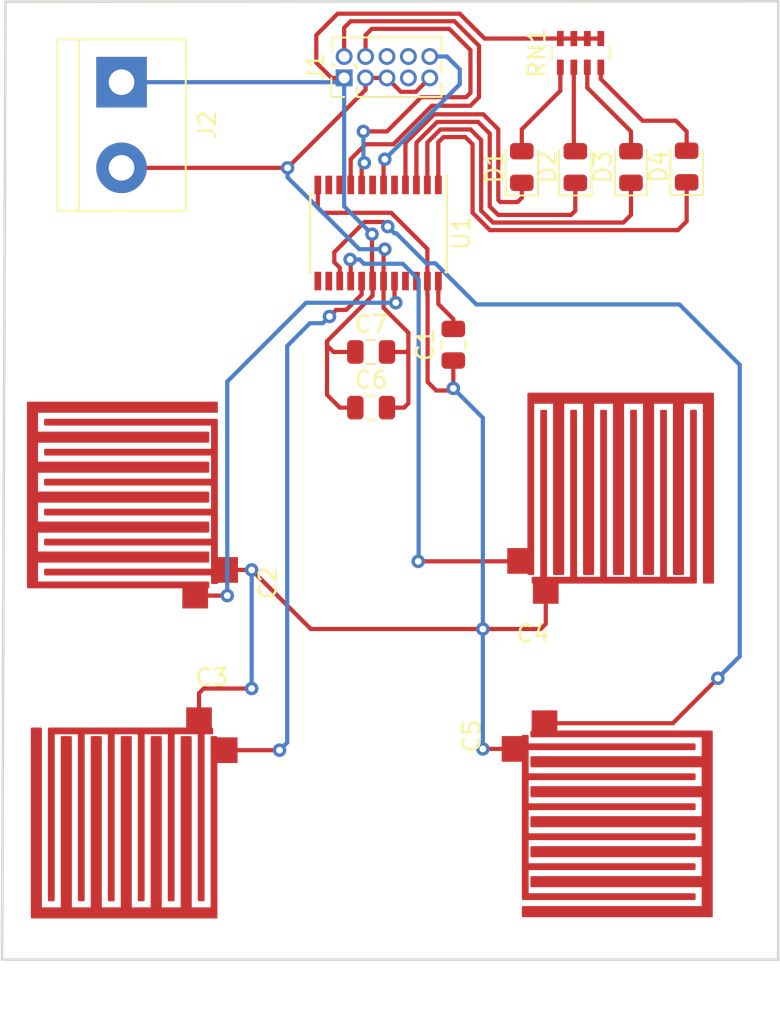
<source format=kicad_pcb>
(kicad_pcb (version 20171130) (host pcbnew 5.0.2-bee76a0~70~ubuntu16.04.1)

  (general
    (thickness 1.6)
    (drawings 5)
    (tracks 220)
    (zones 0)
    (modules 15)
    (nets 31)
  )

  (page A4)
  (layers
    (0 F.Cu signal)
    (31 B.Cu signal)
    (32 B.Adhes user)
    (33 F.Adhes user)
    (34 B.Paste user)
    (35 F.Paste user)
    (36 B.SilkS user)
    (37 F.SilkS user)
    (38 B.Mask user)
    (39 F.Mask user)
    (40 Dwgs.User user)
    (41 Cmts.User user)
    (42 Eco1.User user)
    (43 Eco2.User user)
    (44 Edge.Cuts user)
    (45 Margin user)
    (46 B.CrtYd user)
    (47 F.CrtYd user)
    (48 B.Fab user)
    (49 F.Fab user hide)
  )

  (setup
    (last_trace_width 0.25)
    (trace_clearance 0.2)
    (zone_clearance 0.508)
    (zone_45_only no)
    (trace_min 0.2)
    (segment_width 0.2)
    (edge_width 0.15)
    (via_size 0.8)
    (via_drill 0.4)
    (via_min_size 0.4)
    (via_min_drill 0.3)
    (uvia_size 0.3)
    (uvia_drill 0.1)
    (uvias_allowed no)
    (uvia_min_size 0.2)
    (uvia_min_drill 0.1)
    (pcb_text_width 0.3)
    (pcb_text_size 1.5 1.5)
    (mod_edge_width 0.15)
    (mod_text_size 1 1)
    (mod_text_width 0.15)
    (pad_size 1.524 1.524)
    (pad_drill 0.762)
    (pad_to_mask_clearance 0.051)
    (solder_mask_min_width 0.25)
    (aux_axis_origin 0 0)
    (visible_elements FFFFFF7F)
    (pcbplotparams
      (layerselection 0x010fc_ffffffff)
      (usegerberextensions false)
      (usegerberattributes false)
      (usegerberadvancedattributes false)
      (creategerberjobfile false)
      (excludeedgelayer true)
      (linewidth 0.100000)
      (plotframeref false)
      (viasonmask false)
      (mode 1)
      (useauxorigin false)
      (hpglpennumber 1)
      (hpglpenspeed 20)
      (hpglpendiameter 15.000000)
      (psnegative false)
      (psa4output false)
      (plotreference true)
      (plotvalue true)
      (plotinvisibletext false)
      (padsonsilk false)
      (subtractmaskfromsilk false)
      (outputformat 1)
      (mirror false)
      (drillshape 1)
      (scaleselection 1)
      (outputdirectory ""))
  )

  (net 0 "")
  (net 1 ACMP)
  (net 2 CAPT_YL)
  (net 3 3v3)
  (net 4 GND)
  (net 5 LED0)
  (net 6 "Net-(D1-Pad2)")
  (net 7 "Net-(D2-Pad2)")
  (net 8 LED1)
  (net 9 LED2)
  (net 10 "Net-(D3-Pad2)")
  (net 11 "Net-(D4-Pad2)")
  (net 12 LED3)
  (net 13 "Net-(J1-Pad2)")
  (net 14 "Net-(J1-Pad4)")
  (net 15 "Net-(J1-Pad6)")
  (net 16 "Net-(J1-Pad7)")
  (net 17 "Net-(J1-Pad8)")
  (net 18 "Net-(J1-Pad10)")
  (net 19 "Net-(U1-Pad5)")
  (net 20 "Net-(U1-Pad7)")
  (net 21 "Net-(U1-Pad10)")
  (net 22 "Net-(U1-Pad11)")
  (net 23 "Net-(U1-Pad13)")
  (net 24 "Net-(U1-Pad14)")
  (net 25 CAPT_X3)
  (net 26 CAPT_X2)
  (net 27 CAPT_X1)
  (net 28 CAPT_X0)
  (net 29 "Net-(U1-Pad21)")
  (net 30 "Net-(U1-Pad22)")

  (net_class Default "This is the default net class."
    (clearance 0.2)
    (trace_width 0.25)
    (via_dia 0.8)
    (via_drill 0.4)
    (uvia_dia 0.3)
    (uvia_drill 0.1)
    (add_net 3v3)
    (add_net ACMP)
    (add_net CAPT_X0)
    (add_net CAPT_X1)
    (add_net CAPT_X2)
    (add_net CAPT_X3)
    (add_net CAPT_YL)
    (add_net GND)
    (add_net LED0)
    (add_net LED1)
    (add_net LED2)
    (add_net LED3)
    (add_net "Net-(D1-Pad2)")
    (add_net "Net-(D2-Pad2)")
    (add_net "Net-(D3-Pad2)")
    (add_net "Net-(D4-Pad2)")
    (add_net "Net-(J1-Pad10)")
    (add_net "Net-(J1-Pad2)")
    (add_net "Net-(J1-Pad4)")
    (add_net "Net-(J1-Pad6)")
    (add_net "Net-(J1-Pad7)")
    (add_net "Net-(J1-Pad8)")
    (add_net "Net-(U1-Pad10)")
    (add_net "Net-(U1-Pad11)")
    (add_net "Net-(U1-Pad13)")
    (add_net "Net-(U1-Pad14)")
    (add_net "Net-(U1-Pad21)")
    (add_net "Net-(U1-Pad22)")
    (add_net "Net-(U1-Pad5)")
    (add_net "Net-(U1-Pad7)")
  )

  (module Capacitor_SMD:C_0805_2012Metric (layer F.Cu) (tedit 5B36C52B) (tstamp 5E06C572)
    (at 91.821 34.3685 90)
    (descr "Capacitor SMD 0805 (2012 Metric), square (rectangular) end terminal, IPC_7351 nominal, (Body size source: https://docs.google.com/spreadsheets/d/1BsfQQcO9C6DZCsRaXUlFlo91Tg2WpOkGARC1WS5S8t0/edit?usp=sharing), generated with kicad-footprint-generator")
    (tags capacitor)
    (path /5E086955)
    (attr smd)
    (fp_text reference C1 (at 0 -1.65 90) (layer F.SilkS)
      (effects (font (size 1 1) (thickness 0.15)))
    )
    (fp_text value 0.1uF (at 0 1.65 90) (layer F.Fab)
      (effects (font (size 1 1) (thickness 0.15)))
    )
    (fp_line (start -1 0.6) (end -1 -0.6) (layer F.Fab) (width 0.1))
    (fp_line (start -1 -0.6) (end 1 -0.6) (layer F.Fab) (width 0.1))
    (fp_line (start 1 -0.6) (end 1 0.6) (layer F.Fab) (width 0.1))
    (fp_line (start 1 0.6) (end -1 0.6) (layer F.Fab) (width 0.1))
    (fp_line (start -0.258578 -0.71) (end 0.258578 -0.71) (layer F.SilkS) (width 0.12))
    (fp_line (start -0.258578 0.71) (end 0.258578 0.71) (layer F.SilkS) (width 0.12))
    (fp_line (start -1.68 0.95) (end -1.68 -0.95) (layer F.CrtYd) (width 0.05))
    (fp_line (start -1.68 -0.95) (end 1.68 -0.95) (layer F.CrtYd) (width 0.05))
    (fp_line (start 1.68 -0.95) (end 1.68 0.95) (layer F.CrtYd) (width 0.05))
    (fp_line (start 1.68 0.95) (end -1.68 0.95) (layer F.CrtYd) (width 0.05))
    (fp_text user %R (at 0 0 90) (layer F.Fab)
      (effects (font (size 0.5 0.5) (thickness 0.08)))
    )
    (pad 1 smd roundrect (at -0.9375 0 90) (size 0.975 1.4) (layers F.Cu F.Paste F.Mask) (roundrect_rratio 0.25)
      (net 1 ACMP))
    (pad 2 smd roundrect (at 0.9375 0 90) (size 0.975 1.4) (layers F.Cu F.Paste F.Mask) (roundrect_rratio 0.25)
      (net 2 CAPT_YL))
    (model ${KISYS3DMOD}/Capacitor_SMD.3dshapes/C_0805_2012Metric.wrl
      (at (xyz 0 0 0))
      (scale (xyz 1 1 1))
      (rotate (xyz 0 0 0))
    )
  )

  (module Capacitor_SMD:C_0805_2012Metric (layer F.Cu) (tedit 5B36C52B) (tstamp 5E06C583)
    (at 86.9465 38.1)
    (descr "Capacitor SMD 0805 (2012 Metric), square (rectangular) end terminal, IPC_7351 nominal, (Body size source: https://docs.google.com/spreadsheets/d/1BsfQQcO9C6DZCsRaXUlFlo91Tg2WpOkGARC1WS5S8t0/edit?usp=sharing), generated with kicad-footprint-generator")
    (tags capacitor)
    (path /5E066D2F)
    (attr smd)
    (fp_text reference C6 (at 0 -1.65) (layer F.SilkS)
      (effects (font (size 1 1) (thickness 0.15)))
    )
    (fp_text value 0.1uF (at 0 1.65) (layer F.Fab)
      (effects (font (size 1 1) (thickness 0.15)))
    )
    (fp_line (start -1 0.6) (end -1 -0.6) (layer F.Fab) (width 0.1))
    (fp_line (start -1 -0.6) (end 1 -0.6) (layer F.Fab) (width 0.1))
    (fp_line (start 1 -0.6) (end 1 0.6) (layer F.Fab) (width 0.1))
    (fp_line (start 1 0.6) (end -1 0.6) (layer F.Fab) (width 0.1))
    (fp_line (start -0.258578 -0.71) (end 0.258578 -0.71) (layer F.SilkS) (width 0.12))
    (fp_line (start -0.258578 0.71) (end 0.258578 0.71) (layer F.SilkS) (width 0.12))
    (fp_line (start -1.68 0.95) (end -1.68 -0.95) (layer F.CrtYd) (width 0.05))
    (fp_line (start -1.68 -0.95) (end 1.68 -0.95) (layer F.CrtYd) (width 0.05))
    (fp_line (start 1.68 -0.95) (end 1.68 0.95) (layer F.CrtYd) (width 0.05))
    (fp_line (start 1.68 0.95) (end -1.68 0.95) (layer F.CrtYd) (width 0.05))
    (fp_text user %R (at 0 0) (layer F.Fab)
      (effects (font (size 0.5 0.5) (thickness 0.08)))
    )
    (pad 1 smd roundrect (at -0.9375 0) (size 0.975 1.4) (layers F.Cu F.Paste F.Mask) (roundrect_rratio 0.25)
      (net 3 3v3))
    (pad 2 smd roundrect (at 0.9375 0) (size 0.975 1.4) (layers F.Cu F.Paste F.Mask) (roundrect_rratio 0.25)
      (net 4 GND))
    (model ${KISYS3DMOD}/Capacitor_SMD.3dshapes/C_0805_2012Metric.wrl
      (at (xyz 0 0 0))
      (scale (xyz 1 1 1))
      (rotate (xyz 0 0 0))
    )
  )

  (module Capacitor_SMD:C_0805_2012Metric (layer F.Cu) (tedit 5B36C52B) (tstamp 5E06C594)
    (at 86.9465 34.798)
    (descr "Capacitor SMD 0805 (2012 Metric), square (rectangular) end terminal, IPC_7351 nominal, (Body size source: https://docs.google.com/spreadsheets/d/1BsfQQcO9C6DZCsRaXUlFlo91Tg2WpOkGARC1WS5S8t0/edit?usp=sharing), generated with kicad-footprint-generator")
    (tags capacitor)
    (path /5E066DC8)
    (attr smd)
    (fp_text reference C7 (at 0 -1.65) (layer F.SilkS)
      (effects (font (size 1 1) (thickness 0.15)))
    )
    (fp_text value 0.1uF (at 0 1.65) (layer F.Fab)
      (effects (font (size 1 1) (thickness 0.15)))
    )
    (fp_text user %R (at 0 0) (layer F.Fab)
      (effects (font (size 0.5 0.5) (thickness 0.08)))
    )
    (fp_line (start 1.68 0.95) (end -1.68 0.95) (layer F.CrtYd) (width 0.05))
    (fp_line (start 1.68 -0.95) (end 1.68 0.95) (layer F.CrtYd) (width 0.05))
    (fp_line (start -1.68 -0.95) (end 1.68 -0.95) (layer F.CrtYd) (width 0.05))
    (fp_line (start -1.68 0.95) (end -1.68 -0.95) (layer F.CrtYd) (width 0.05))
    (fp_line (start -0.258578 0.71) (end 0.258578 0.71) (layer F.SilkS) (width 0.12))
    (fp_line (start -0.258578 -0.71) (end 0.258578 -0.71) (layer F.SilkS) (width 0.12))
    (fp_line (start 1 0.6) (end -1 0.6) (layer F.Fab) (width 0.1))
    (fp_line (start 1 -0.6) (end 1 0.6) (layer F.Fab) (width 0.1))
    (fp_line (start -1 -0.6) (end 1 -0.6) (layer F.Fab) (width 0.1))
    (fp_line (start -1 0.6) (end -1 -0.6) (layer F.Fab) (width 0.1))
    (pad 2 smd roundrect (at 0.9375 0) (size 0.975 1.4) (layers F.Cu F.Paste F.Mask) (roundrect_rratio 0.25)
      (net 4 GND))
    (pad 1 smd roundrect (at -0.9375 0) (size 0.975 1.4) (layers F.Cu F.Paste F.Mask) (roundrect_rratio 0.25)
      (net 3 3v3))
    (model ${KISYS3DMOD}/Capacitor_SMD.3dshapes/C_0805_2012Metric.wrl
      (at (xyz 0 0 0))
      (scale (xyz 1 1 1))
      (rotate (xyz 0 0 0))
    )
  )

  (module Diode_SMD:D_0805_2012Metric (layer F.Cu) (tedit 5B36C52B) (tstamp 5E06C5A7)
    (at 95.885 23.8275 90)
    (descr "Diode SMD 0805 (2012 Metric), square (rectangular) end terminal, IPC_7351 nominal, (Body size source: https://docs.google.com/spreadsheets/d/1BsfQQcO9C6DZCsRaXUlFlo91Tg2WpOkGARC1WS5S8t0/edit?usp=sharing), generated with kicad-footprint-generator")
    (tags diode)
    (path /5E069554)
    (attr smd)
    (fp_text reference D1 (at 0 -1.65 90) (layer F.SilkS)
      (effects (font (size 1 1) (thickness 0.15)))
    )
    (fp_text value Red (at 0 1.65 90) (layer F.Fab)
      (effects (font (size 1 1) (thickness 0.15)))
    )
    (fp_line (start 1 -0.6) (end -0.7 -0.6) (layer F.Fab) (width 0.1))
    (fp_line (start -0.7 -0.6) (end -1 -0.3) (layer F.Fab) (width 0.1))
    (fp_line (start -1 -0.3) (end -1 0.6) (layer F.Fab) (width 0.1))
    (fp_line (start -1 0.6) (end 1 0.6) (layer F.Fab) (width 0.1))
    (fp_line (start 1 0.6) (end 1 -0.6) (layer F.Fab) (width 0.1))
    (fp_line (start 1 -0.96) (end -1.685 -0.96) (layer F.SilkS) (width 0.12))
    (fp_line (start -1.685 -0.96) (end -1.685 0.96) (layer F.SilkS) (width 0.12))
    (fp_line (start -1.685 0.96) (end 1 0.96) (layer F.SilkS) (width 0.12))
    (fp_line (start -1.68 0.95) (end -1.68 -0.95) (layer F.CrtYd) (width 0.05))
    (fp_line (start -1.68 -0.95) (end 1.68 -0.95) (layer F.CrtYd) (width 0.05))
    (fp_line (start 1.68 -0.95) (end 1.68 0.95) (layer F.CrtYd) (width 0.05))
    (fp_line (start 1.68 0.95) (end -1.68 0.95) (layer F.CrtYd) (width 0.05))
    (fp_text user %R (at 0 0 90) (layer F.Fab)
      (effects (font (size 0.5 0.5) (thickness 0.08)))
    )
    (pad 1 smd roundrect (at -0.9375 0 90) (size 0.975 1.4) (layers F.Cu F.Paste F.Mask) (roundrect_rratio 0.25)
      (net 5 LED0))
    (pad 2 smd roundrect (at 0.9375 0 90) (size 0.975 1.4) (layers F.Cu F.Paste F.Mask) (roundrect_rratio 0.25)
      (net 6 "Net-(D1-Pad2)"))
    (model ${KISYS3DMOD}/Diode_SMD.3dshapes/D_0805_2012Metric.wrl
      (at (xyz 0 0 0))
      (scale (xyz 1 1 1))
      (rotate (xyz 0 0 0))
    )
  )

  (module Diode_SMD:D_0805_2012Metric (layer F.Cu) (tedit 5B36C52B) (tstamp 5E06C5BA)
    (at 99.06 23.8275 90)
    (descr "Diode SMD 0805 (2012 Metric), square (rectangular) end terminal, IPC_7351 nominal, (Body size source: https://docs.google.com/spreadsheets/d/1BsfQQcO9C6DZCsRaXUlFlo91Tg2WpOkGARC1WS5S8t0/edit?usp=sharing), generated with kicad-footprint-generator")
    (tags diode)
    (path /5E069623)
    (attr smd)
    (fp_text reference D2 (at 0 -1.65 90) (layer F.SilkS)
      (effects (font (size 1 1) (thickness 0.15)))
    )
    (fp_text value Red (at 0 1.65 90) (layer F.Fab)
      (effects (font (size 1 1) (thickness 0.15)))
    )
    (fp_text user %R (at 0 0 90) (layer F.Fab)
      (effects (font (size 0.5 0.5) (thickness 0.08)))
    )
    (fp_line (start 1.68 0.95) (end -1.68 0.95) (layer F.CrtYd) (width 0.05))
    (fp_line (start 1.68 -0.95) (end 1.68 0.95) (layer F.CrtYd) (width 0.05))
    (fp_line (start -1.68 -0.95) (end 1.68 -0.95) (layer F.CrtYd) (width 0.05))
    (fp_line (start -1.68 0.95) (end -1.68 -0.95) (layer F.CrtYd) (width 0.05))
    (fp_line (start -1.685 0.96) (end 1 0.96) (layer F.SilkS) (width 0.12))
    (fp_line (start -1.685 -0.96) (end -1.685 0.96) (layer F.SilkS) (width 0.12))
    (fp_line (start 1 -0.96) (end -1.685 -0.96) (layer F.SilkS) (width 0.12))
    (fp_line (start 1 0.6) (end 1 -0.6) (layer F.Fab) (width 0.1))
    (fp_line (start -1 0.6) (end 1 0.6) (layer F.Fab) (width 0.1))
    (fp_line (start -1 -0.3) (end -1 0.6) (layer F.Fab) (width 0.1))
    (fp_line (start -0.7 -0.6) (end -1 -0.3) (layer F.Fab) (width 0.1))
    (fp_line (start 1 -0.6) (end -0.7 -0.6) (layer F.Fab) (width 0.1))
    (pad 2 smd roundrect (at 0.9375 0 90) (size 0.975 1.4) (layers F.Cu F.Paste F.Mask) (roundrect_rratio 0.25)
      (net 7 "Net-(D2-Pad2)"))
    (pad 1 smd roundrect (at -0.9375 0 90) (size 0.975 1.4) (layers F.Cu F.Paste F.Mask) (roundrect_rratio 0.25)
      (net 8 LED1))
    (model ${KISYS3DMOD}/Diode_SMD.3dshapes/D_0805_2012Metric.wrl
      (at (xyz 0 0 0))
      (scale (xyz 1 1 1))
      (rotate (xyz 0 0 0))
    )
  )

  (module Diode_SMD:D_0805_2012Metric (layer F.Cu) (tedit 5B36C52B) (tstamp 5E06CCC0)
    (at 102.362 23.8275 90)
    (descr "Diode SMD 0805 (2012 Metric), square (rectangular) end terminal, IPC_7351 nominal, (Body size source: https://docs.google.com/spreadsheets/d/1BsfQQcO9C6DZCsRaXUlFlo91Tg2WpOkGARC1WS5S8t0/edit?usp=sharing), generated with kicad-footprint-generator")
    (tags diode)
    (path /5E069A1F)
    (attr smd)
    (fp_text reference D3 (at 0 -1.65 90) (layer F.SilkS)
      (effects (font (size 1 1) (thickness 0.15)))
    )
    (fp_text value Red (at 0 1.65 90) (layer F.Fab)
      (effects (font (size 1 1) (thickness 0.15)))
    )
    (fp_line (start 1 -0.6) (end -0.7 -0.6) (layer F.Fab) (width 0.1))
    (fp_line (start -0.7 -0.6) (end -1 -0.3) (layer F.Fab) (width 0.1))
    (fp_line (start -1 -0.3) (end -1 0.6) (layer F.Fab) (width 0.1))
    (fp_line (start -1 0.6) (end 1 0.6) (layer F.Fab) (width 0.1))
    (fp_line (start 1 0.6) (end 1 -0.6) (layer F.Fab) (width 0.1))
    (fp_line (start 1 -0.96) (end -1.685 -0.96) (layer F.SilkS) (width 0.12))
    (fp_line (start -1.685 -0.96) (end -1.685 0.96) (layer F.SilkS) (width 0.12))
    (fp_line (start -1.685 0.96) (end 1 0.96) (layer F.SilkS) (width 0.12))
    (fp_line (start -1.68 0.95) (end -1.68 -0.95) (layer F.CrtYd) (width 0.05))
    (fp_line (start -1.68 -0.95) (end 1.68 -0.95) (layer F.CrtYd) (width 0.05))
    (fp_line (start 1.68 -0.95) (end 1.68 0.95) (layer F.CrtYd) (width 0.05))
    (fp_line (start 1.68 0.95) (end -1.68 0.95) (layer F.CrtYd) (width 0.05))
    (fp_text user %R (at 0 0 90) (layer F.Fab)
      (effects (font (size 0.5 0.5) (thickness 0.08)))
    )
    (pad 1 smd roundrect (at -0.9375 0 90) (size 0.975 1.4) (layers F.Cu F.Paste F.Mask) (roundrect_rratio 0.25)
      (net 9 LED2))
    (pad 2 smd roundrect (at 0.9375 0 90) (size 0.975 1.4) (layers F.Cu F.Paste F.Mask) (roundrect_rratio 0.25)
      (net 10 "Net-(D3-Pad2)"))
    (model ${KISYS3DMOD}/Diode_SMD.3dshapes/D_0805_2012Metric.wrl
      (at (xyz 0 0 0))
      (scale (xyz 1 1 1))
      (rotate (xyz 0 0 0))
    )
  )

  (module Diode_SMD:D_0805_2012Metric (layer F.Cu) (tedit 5B36C52B) (tstamp 5E06C5E0)
    (at 105.664 23.7975 90)
    (descr "Diode SMD 0805 (2012 Metric), square (rectangular) end terminal, IPC_7351 nominal, (Body size source: https://docs.google.com/spreadsheets/d/1BsfQQcO9C6DZCsRaXUlFlo91Tg2WpOkGARC1WS5S8t0/edit?usp=sharing), generated with kicad-footprint-generator")
    (tags diode)
    (path /5E069E1E)
    (attr smd)
    (fp_text reference D4 (at 0 -1.65 90) (layer F.SilkS)
      (effects (font (size 1 1) (thickness 0.15)))
    )
    (fp_text value Red (at 0 1.65 90) (layer F.Fab)
      (effects (font (size 1 1) (thickness 0.15)))
    )
    (fp_text user %R (at 0 0 90) (layer F.Fab)
      (effects (font (size 0.5 0.5) (thickness 0.08)))
    )
    (fp_line (start 1.68 0.95) (end -1.68 0.95) (layer F.CrtYd) (width 0.05))
    (fp_line (start 1.68 -0.95) (end 1.68 0.95) (layer F.CrtYd) (width 0.05))
    (fp_line (start -1.68 -0.95) (end 1.68 -0.95) (layer F.CrtYd) (width 0.05))
    (fp_line (start -1.68 0.95) (end -1.68 -0.95) (layer F.CrtYd) (width 0.05))
    (fp_line (start -1.685 0.96) (end 1 0.96) (layer F.SilkS) (width 0.12))
    (fp_line (start -1.685 -0.96) (end -1.685 0.96) (layer F.SilkS) (width 0.12))
    (fp_line (start 1 -0.96) (end -1.685 -0.96) (layer F.SilkS) (width 0.12))
    (fp_line (start 1 0.6) (end 1 -0.6) (layer F.Fab) (width 0.1))
    (fp_line (start -1 0.6) (end 1 0.6) (layer F.Fab) (width 0.1))
    (fp_line (start -1 -0.3) (end -1 0.6) (layer F.Fab) (width 0.1))
    (fp_line (start -0.7 -0.6) (end -1 -0.3) (layer F.Fab) (width 0.1))
    (fp_line (start 1 -0.6) (end -0.7 -0.6) (layer F.Fab) (width 0.1))
    (pad 2 smd roundrect (at 0.9375 0 90) (size 0.975 1.4) (layers F.Cu F.Paste F.Mask) (roundrect_rratio 0.25)
      (net 11 "Net-(D4-Pad2)"))
    (pad 1 smd roundrect (at -0.9375 0 90) (size 0.975 1.4) (layers F.Cu F.Paste F.Mask) (roundrect_rratio 0.25)
      (net 12 LED3))
    (model ${KISYS3DMOD}/Diode_SMD.3dshapes/D_0805_2012Metric.wrl
      (at (xyz 0 0 0))
      (scale (xyz 1 1 1))
      (rotate (xyz 0 0 0))
    )
  )

  (module Connector_PinHeader_1.27mm:PinHeader_2x05_P1.27mm_Vertical (layer F.Cu) (tedit 59FED6E3) (tstamp 5E06C605)
    (at 85.344 18.542 90)
    (descr "Through hole straight pin header, 2x05, 1.27mm pitch, double rows")
    (tags "Through hole pin header THT 2x05 1.27mm double row")
    (path /5E0674B7)
    (fp_text reference J1 (at 0.635 -1.695 90) (layer F.SilkS)
      (effects (font (size 1 1) (thickness 0.15)))
    )
    (fp_text value Conn_02x05_Odd_Even (at 0.635 6.775 90) (layer F.Fab)
      (effects (font (size 1 1) (thickness 0.15)))
    )
    (fp_line (start -0.2175 -0.635) (end 2.34 -0.635) (layer F.Fab) (width 0.1))
    (fp_line (start 2.34 -0.635) (end 2.34 5.715) (layer F.Fab) (width 0.1))
    (fp_line (start 2.34 5.715) (end -1.07 5.715) (layer F.Fab) (width 0.1))
    (fp_line (start -1.07 5.715) (end -1.07 0.2175) (layer F.Fab) (width 0.1))
    (fp_line (start -1.07 0.2175) (end -0.2175 -0.635) (layer F.Fab) (width 0.1))
    (fp_line (start -1.13 5.775) (end -0.30753 5.775) (layer F.SilkS) (width 0.12))
    (fp_line (start 1.57753 5.775) (end 2.4 5.775) (layer F.SilkS) (width 0.12))
    (fp_line (start 0.30753 5.775) (end 0.96247 5.775) (layer F.SilkS) (width 0.12))
    (fp_line (start -1.13 0.76) (end -1.13 5.775) (layer F.SilkS) (width 0.12))
    (fp_line (start 2.4 -0.695) (end 2.4 5.775) (layer F.SilkS) (width 0.12))
    (fp_line (start -1.13 0.76) (end -0.563471 0.76) (layer F.SilkS) (width 0.12))
    (fp_line (start 0.563471 0.76) (end 0.706529 0.76) (layer F.SilkS) (width 0.12))
    (fp_line (start 0.76 0.706529) (end 0.76 0.563471) (layer F.SilkS) (width 0.12))
    (fp_line (start 0.76 -0.563471) (end 0.76 -0.695) (layer F.SilkS) (width 0.12))
    (fp_line (start 0.76 -0.695) (end 0.96247 -0.695) (layer F.SilkS) (width 0.12))
    (fp_line (start 1.57753 -0.695) (end 2.4 -0.695) (layer F.SilkS) (width 0.12))
    (fp_line (start -1.13 0) (end -1.13 -0.76) (layer F.SilkS) (width 0.12))
    (fp_line (start -1.13 -0.76) (end 0 -0.76) (layer F.SilkS) (width 0.12))
    (fp_line (start -1.6 -1.15) (end -1.6 6.25) (layer F.CrtYd) (width 0.05))
    (fp_line (start -1.6 6.25) (end 2.85 6.25) (layer F.CrtYd) (width 0.05))
    (fp_line (start 2.85 6.25) (end 2.85 -1.15) (layer F.CrtYd) (width 0.05))
    (fp_line (start 2.85 -1.15) (end -1.6 -1.15) (layer F.CrtYd) (width 0.05))
    (fp_text user %R (at 0.635 2.54 180) (layer F.Fab)
      (effects (font (size 1 1) (thickness 0.15)))
    )
    (pad 1 thru_hole rect (at 0 0 90) (size 1 1) (drill 0.65) (layers *.Cu *.Mask)
      (net 3 3v3))
    (pad 2 thru_hole oval (at 1.27 0 90) (size 1 1) (drill 0.65) (layers *.Cu *.Mask)
      (net 13 "Net-(J1-Pad2)"))
    (pad 3 thru_hole oval (at 0 1.27 90) (size 1 1) (drill 0.65) (layers *.Cu *.Mask)
      (net 4 GND))
    (pad 4 thru_hole oval (at 1.27 1.27 90) (size 1 1) (drill 0.65) (layers *.Cu *.Mask)
      (net 14 "Net-(J1-Pad4)"))
    (pad 5 thru_hole oval (at 0 2.54 90) (size 1 1) (drill 0.65) (layers *.Cu *.Mask)
      (net 4 GND))
    (pad 6 thru_hole oval (at 1.27 2.54 90) (size 1 1) (drill 0.65) (layers *.Cu *.Mask)
      (net 15 "Net-(J1-Pad6)"))
    (pad 7 thru_hole oval (at 0 3.81 90) (size 1 1) (drill 0.65) (layers *.Cu *.Mask)
      (net 16 "Net-(J1-Pad7)"))
    (pad 8 thru_hole oval (at 1.27 3.81 90) (size 1 1) (drill 0.65) (layers *.Cu *.Mask)
      (net 17 "Net-(J1-Pad8)"))
    (pad 9 thru_hole oval (at 0 5.08 90) (size 1 1) (drill 0.65) (layers *.Cu *.Mask)
      (net 4 GND))
    (pad 10 thru_hole oval (at 1.27 5.08 90) (size 1 1) (drill 0.65) (layers *.Cu *.Mask)
      (net 18 "Net-(J1-Pad10)"))
    (model ${KISYS3DMOD}/Connector_PinHeader_1.27mm.3dshapes/PinHeader_2x05_P1.27mm_Vertical.wrl
      (at (xyz 0 0 0))
      (scale (xyz 1 1 1))
      (rotate (xyz 0 0 0))
    )
  )

  (module TerminalBlock:TerminalBlock_bornier-2_P5.08mm (layer F.Cu) (tedit 59FF03AB) (tstamp 5E06C61A)
    (at 72.136 18.796 270)
    (descr "simple 2-pin terminal block, pitch 5.08mm, revamped version of bornier2")
    (tags "terminal block bornier2")
    (path /5E06694F)
    (fp_text reference J2 (at 2.54 -5.08 270) (layer F.SilkS)
      (effects (font (size 1 1) (thickness 0.15)))
    )
    (fp_text value Screw_Terminal_01x02 (at 2.54 5.08 270) (layer F.Fab)
      (effects (font (size 1 1) (thickness 0.15)))
    )
    (fp_text user %R (at 2.54 0 270) (layer F.Fab)
      (effects (font (size 1 1) (thickness 0.15)))
    )
    (fp_line (start -2.41 2.55) (end 7.49 2.55) (layer F.Fab) (width 0.1))
    (fp_line (start -2.46 -3.75) (end -2.46 3.75) (layer F.Fab) (width 0.1))
    (fp_line (start -2.46 3.75) (end 7.54 3.75) (layer F.Fab) (width 0.1))
    (fp_line (start 7.54 3.75) (end 7.54 -3.75) (layer F.Fab) (width 0.1))
    (fp_line (start 7.54 -3.75) (end -2.46 -3.75) (layer F.Fab) (width 0.1))
    (fp_line (start 7.62 2.54) (end -2.54 2.54) (layer F.SilkS) (width 0.12))
    (fp_line (start 7.62 3.81) (end 7.62 -3.81) (layer F.SilkS) (width 0.12))
    (fp_line (start 7.62 -3.81) (end -2.54 -3.81) (layer F.SilkS) (width 0.12))
    (fp_line (start -2.54 -3.81) (end -2.54 3.81) (layer F.SilkS) (width 0.12))
    (fp_line (start -2.54 3.81) (end 7.62 3.81) (layer F.SilkS) (width 0.12))
    (fp_line (start -2.71 -4) (end 7.79 -4) (layer F.CrtYd) (width 0.05))
    (fp_line (start -2.71 -4) (end -2.71 4) (layer F.CrtYd) (width 0.05))
    (fp_line (start 7.79 4) (end 7.79 -4) (layer F.CrtYd) (width 0.05))
    (fp_line (start 7.79 4) (end -2.71 4) (layer F.CrtYd) (width 0.05))
    (pad 1 thru_hole rect (at 0 0 270) (size 3 3) (drill 1.52) (layers *.Cu *.Mask)
      (net 3 3v3))
    (pad 2 thru_hole circle (at 5.08 0 270) (size 3 3) (drill 1.52) (layers *.Cu *.Mask)
      (net 4 GND))
    (model ${KISYS3DMOD}/TerminalBlock.3dshapes/TerminalBlock_bornier-2_P5.08mm.wrl
      (offset (xyz 2.539999961853027 0 0))
      (scale (xyz 1 1 1))
      (rotate (xyz 0 0 0))
    )
  )

  (module Resistor_SMD:R_Array_Concave_4x0603 (layer F.Cu) (tedit 58E0A85E) (tstamp 5E06C631)
    (at 99.371 17.057 90)
    (descr "Thick Film Chip Resistor Array, Wave soldering, Vishay CRA06P (see cra06p.pdf)")
    (tags "resistor array")
    (path /5E06945C)
    (attr smd)
    (fp_text reference RN1 (at 0 -2.6 90) (layer F.SilkS)
      (effects (font (size 1 1) (thickness 0.15)))
    )
    (fp_text value R_Pack04 (at 0 2.6 90) (layer F.Fab)
      (effects (font (size 1 1) (thickness 0.15)))
    )
    (fp_text user %R (at 0 0 180) (layer F.Fab)
      (effects (font (size 0.5 0.5) (thickness 0.075)))
    )
    (fp_line (start -0.8 -1.6) (end 0.8 -1.6) (layer F.Fab) (width 0.1))
    (fp_line (start 0.8 -1.6) (end 0.8 1.6) (layer F.Fab) (width 0.1))
    (fp_line (start 0.8 1.6) (end -0.8 1.6) (layer F.Fab) (width 0.1))
    (fp_line (start -0.8 1.6) (end -0.8 -1.6) (layer F.Fab) (width 0.1))
    (fp_line (start 0.4 1.72) (end -0.4 1.72) (layer F.SilkS) (width 0.12))
    (fp_line (start 0.4 -1.72) (end -0.4 -1.72) (layer F.SilkS) (width 0.12))
    (fp_line (start -1.55 -1.88) (end 1.55 -1.88) (layer F.CrtYd) (width 0.05))
    (fp_line (start -1.55 -1.88) (end -1.55 1.87) (layer F.CrtYd) (width 0.05))
    (fp_line (start 1.55 1.87) (end 1.55 -1.88) (layer F.CrtYd) (width 0.05))
    (fp_line (start 1.55 1.87) (end -1.55 1.87) (layer F.CrtYd) (width 0.05))
    (pad 2 smd rect (at -0.85 -0.4 90) (size 0.9 0.4) (layers F.Cu F.Paste F.Mask)
      (net 7 "Net-(D2-Pad2)"))
    (pad 3 smd rect (at -0.85 0.4 90) (size 0.9 0.4) (layers F.Cu F.Paste F.Mask)
      (net 10 "Net-(D3-Pad2)"))
    (pad 1 smd rect (at -0.85 -1.2 90) (size 0.9 0.4) (layers F.Cu F.Paste F.Mask)
      (net 6 "Net-(D1-Pad2)"))
    (pad 4 smd rect (at -0.85 1.2 90) (size 0.9 0.4) (layers F.Cu F.Paste F.Mask)
      (net 11 "Net-(D4-Pad2)"))
    (pad 8 smd rect (at 0.85 -1.2 90) (size 0.9 0.4) (layers F.Cu F.Paste F.Mask)
      (net 3 3v3))
    (pad 7 smd rect (at 0.85 -0.4 90) (size 0.9 0.4) (layers F.Cu F.Paste F.Mask)
      (net 3 3v3))
    (pad 6 smd rect (at 0.85 0.4 90) (size 0.9 0.4) (layers F.Cu F.Paste F.Mask)
      (net 3 3v3))
    (pad 5 smd rect (at 0.85 1.2 90) (size 0.9 0.4) (layers F.Cu F.Paste F.Mask)
      (net 3 3v3))
    (model ${KISYS3DMOD}/Resistor_SMD.3dshapes/R_Array_Concave_4x0603.wrl
      (at (xyz 0 0 0))
      (scale (xyz 1 1 1))
      (rotate (xyz 0 0 0))
    )
  )

  (module Package_SO:TSSOP-24_4.4x7.8mm_P0.65mm (layer F.Cu) (tedit 5A02F25C) (tstamp 5E06C65C)
    (at 87.357 27.742 270)
    (descr "TSSOP24: plastic thin shrink small outline package; 24 leads; body width 4.4 mm; (see NXP SSOP-TSSOP-VSO-REFLOW.pdf and sot355-1_po.pdf)")
    (tags "SSOP 0.65")
    (path /5E066842)
    (attr smd)
    (fp_text reference U1 (at 0 -4.95 270) (layer F.SilkS)
      (effects (font (size 1 1) (thickness 0.15)))
    )
    (fp_text value LPC804-TSSOP24 (at 0 4.95 270) (layer F.Fab)
      (effects (font (size 1 1) (thickness 0.15)))
    )
    (fp_line (start -1.2 -3.9) (end 2.2 -3.9) (layer F.Fab) (width 0.15))
    (fp_line (start 2.2 -3.9) (end 2.2 3.9) (layer F.Fab) (width 0.15))
    (fp_line (start 2.2 3.9) (end -2.2 3.9) (layer F.Fab) (width 0.15))
    (fp_line (start -2.2 3.9) (end -2.2 -2.9) (layer F.Fab) (width 0.15))
    (fp_line (start -2.2 -2.9) (end -1.2 -3.9) (layer F.Fab) (width 0.15))
    (fp_line (start -3.65 -4.2) (end -3.65 4.2) (layer F.CrtYd) (width 0.05))
    (fp_line (start 3.65 -4.2) (end 3.65 4.2) (layer F.CrtYd) (width 0.05))
    (fp_line (start -3.65 -4.2) (end 3.65 -4.2) (layer F.CrtYd) (width 0.05))
    (fp_line (start -3.65 4.2) (end 3.65 4.2) (layer F.CrtYd) (width 0.05))
    (fp_line (start 2.325 -4.025) (end 2.325 -4) (layer F.SilkS) (width 0.15))
    (fp_line (start 2.325 4.025) (end 2.325 4) (layer F.SilkS) (width 0.15))
    (fp_line (start -2.325 4.025) (end -2.325 4) (layer F.SilkS) (width 0.15))
    (fp_line (start -3.4 -4.075) (end 2.325 -4.075) (layer F.SilkS) (width 0.15))
    (fp_line (start -2.325 4.025) (end 2.325 4.025) (layer F.SilkS) (width 0.15))
    (fp_text user %R (at 0 0 270) (layer F.Fab)
      (effects (font (size 0.8 0.8) (thickness 0.15)))
    )
    (pad 1 smd rect (at -2.85 -3.575 270) (size 1.1 0.4) (layers F.Cu F.Paste F.Mask)
      (net 12 LED3))
    (pad 2 smd rect (at -2.85 -2.925 270) (size 1.1 0.4) (layers F.Cu F.Paste F.Mask)
      (net 9 LED2))
    (pad 3 smd rect (at -2.85 -2.275 270) (size 1.1 0.4) (layers F.Cu F.Paste F.Mask)
      (net 8 LED1))
    (pad 4 smd rect (at -2.85 -1.625 270) (size 1.1 0.4) (layers F.Cu F.Paste F.Mask)
      (net 5 LED0))
    (pad 5 smd rect (at -2.85 -0.975 270) (size 1.1 0.4) (layers F.Cu F.Paste F.Mask)
      (net 19 "Net-(U1-Pad5)"))
    (pad 6 smd rect (at -2.85 -0.325 270) (size 1.1 0.4) (layers F.Cu F.Paste F.Mask)
      (net 18 "Net-(J1-Pad10)"))
    (pad 7 smd rect (at -2.85 0.325 270) (size 1.1 0.4) (layers F.Cu F.Paste F.Mask)
      (net 20 "Net-(U1-Pad7)"))
    (pad 8 smd rect (at -2.85 0.975 270) (size 1.1 0.4) (layers F.Cu F.Paste F.Mask)
      (net 14 "Net-(J1-Pad4)"))
    (pad 9 smd rect (at -2.85 1.625 270) (size 1.1 0.4) (layers F.Cu F.Paste F.Mask)
      (net 13 "Net-(J1-Pad2)"))
    (pad 10 smd rect (at -2.85 2.275 270) (size 1.1 0.4) (layers F.Cu F.Paste F.Mask)
      (net 21 "Net-(U1-Pad10)"))
    (pad 11 smd rect (at -2.85 2.925 270) (size 1.1 0.4) (layers F.Cu F.Paste F.Mask)
      (net 22 "Net-(U1-Pad11)"))
    (pad 12 smd rect (at -2.85 3.575 270) (size 1.1 0.4) (layers F.Cu F.Paste F.Mask)
      (net 1 ACMP))
    (pad 13 smd rect (at 2.85 3.575 270) (size 1.1 0.4) (layers F.Cu F.Paste F.Mask)
      (net 23 "Net-(U1-Pad13)"))
    (pad 14 smd rect (at 2.85 2.925 270) (size 1.1 0.4) (layers F.Cu F.Paste F.Mask)
      (net 24 "Net-(U1-Pad14)"))
    (pad 15 smd rect (at 2.85 2.275 270) (size 1.1 0.4) (layers F.Cu F.Paste F.Mask)
      (net 25 CAPT_X3))
    (pad 16 smd rect (at 2.85 1.625 270) (size 1.1 0.4) (layers F.Cu F.Paste F.Mask)
      (net 26 CAPT_X2))
    (pad 17 smd rect (at 2.85 0.975 270) (size 1.1 0.4) (layers F.Cu F.Paste F.Mask)
      (net 27 CAPT_X1))
    (pad 18 smd rect (at 2.85 0.325 270) (size 1.1 0.4) (layers F.Cu F.Paste F.Mask)
      (net 3 3v3))
    (pad 19 smd rect (at 2.85 -0.325 270) (size 1.1 0.4) (layers F.Cu F.Paste F.Mask)
      (net 4 GND))
    (pad 20 smd rect (at 2.85 -0.975 270) (size 1.1 0.4) (layers F.Cu F.Paste F.Mask)
      (net 28 CAPT_X0))
    (pad 21 smd rect (at 2.85 -1.625 270) (size 1.1 0.4) (layers F.Cu F.Paste F.Mask)
      (net 29 "Net-(U1-Pad21)"))
    (pad 22 smd rect (at 2.85 -2.275 270) (size 1.1 0.4) (layers F.Cu F.Paste F.Mask)
      (net 30 "Net-(U1-Pad22)"))
    (pad 23 smd rect (at 2.85 -2.925 270) (size 1.1 0.4) (layers F.Cu F.Paste F.Mask)
      (net 1 ACMP))
    (pad 24 smd rect (at 2.85 -3.575 270) (size 1.1 0.4) (layers F.Cu F.Paste F.Mask)
      (net 2 CAPT_YL))
    (model ${KISYS3DMOD}/Package_SO.3dshapes/TSSOP-24_4.4x7.8mm_P0.65mm.wrl
      (at (xyz 0 0 0))
      (scale (xyz 1 1 1))
      (rotate (xyz 0 0 0))
    )
  )

  (module cap_touch_LPC804_NXP:Cap_T_pad (layer F.Cu) (tedit 5E0D5590) (tstamp 5E25BB13)
    (at 77.2668 48.4886 90)
    (path /5E08C57A)
    (fp_text reference C2 (at 0 3.556 90) (layer F.SilkS)
      (effects (font (size 1 1) (thickness 0.15)))
    )
    (fp_text value CAPT (at 0 -12.446 90) (layer F.Fab)
      (effects (font (size 1 1) (thickness 0.15)))
    )
    (fp_poly (pts (xy 0 0) (xy 0 -10.668) (xy 10.668 -10.668) (xy 10.668 0)
      (xy 10.16 0) (xy 10.16 -10.16) (xy 8.89 -10.16) (xy 8.89 0)
      (xy 8.382 0) (xy 8.382 -10.16) (xy 7.112 -10.16) (xy 7.112 0)
      (xy 6.604 0) (xy 6.604 -10.16) (xy 5.334 -10.16) (xy 5.334 0)
      (xy 4.826 0) (xy 4.826 -10.16) (xy 3.556 -10.16) (xy 3.556 0)
      (xy 3.048 0) (xy 3.048 -10.16) (xy 1.778 -10.16) (xy 1.778 0)
      (xy 1.27 0) (xy 1.27 -10.16) (xy 0 -10.16)) (layer F.Cu) (width 0.15))
    (fp_poly (pts (xy 0 0.254) (xy 0.508 0.254) (xy 0.508 -9.652) (xy 0.762 -9.652)
      (xy 0.762 0.254) (xy 2.286 0.254) (xy 2.286 -9.652) (xy 2.54 -9.652)
      (xy 2.54 0.254) (xy 4.064 0.254) (xy 4.064 -9.652) (xy 4.318 -9.652)
      (xy 4.318 0.254) (xy 5.842 0.254) (xy 5.842 -9.652) (xy 6.096 -9.652)
      (xy 6.096 0.254) (xy 7.62 0.254) (xy 7.62 -9.652) (xy 7.874 -9.652)
      (xy 7.874 0.254) (xy 9.398 0.254) (xy 9.398 -9.652) (xy 9.652 -9.652)
      (xy 9.652 0.254) (xy 9.652 0.508) (xy 0 0.508)) (layer F.Cu) (width 0.15))
    (fp_poly (pts (xy 0 0) (xy -0.254 0) (xy -0.254 -10.668) (xy 0 -10.668)
      (xy 0 -9.144)) (layer F.Cu) (width 0.15))
    (fp_poly (pts (xy 10.16 0) (xy 10.668 0) (xy 10.668 0.508) (xy 10.16 0.508)) (layer F.Cu) (width 0.15))
    (pad 1 smd rect (at -0.762 -0.762 90) (size 1.524 1.524) (layers F.Cu F.Paste F.Mask)
      (net 28 CAPT_X0))
    (pad 2 smd rect (at 0.762 1.016 90) (size 1.524 1.524) (layers F.Cu F.Paste F.Mask)
      (net 1 ACMP))
  )

  (module cap_touch_LPC804_NXP:Cap_T_pad (layer F.Cu) (tedit 5E0D5590) (tstamp 5E25BB1D)
    (at 77.4954 57.658 180)
    (path /5E08C65B)
    (fp_text reference C3 (at 0 3.556 180) (layer F.SilkS)
      (effects (font (size 1 1) (thickness 0.15)))
    )
    (fp_text value CAPT (at 0 -12.446 180) (layer F.Fab)
      (effects (font (size 1 1) (thickness 0.15)))
    )
    (fp_poly (pts (xy 10.16 0) (xy 10.668 0) (xy 10.668 0.508) (xy 10.16 0.508)) (layer F.Cu) (width 0.15))
    (fp_poly (pts (xy 0 0) (xy -0.254 0) (xy -0.254 -10.668) (xy 0 -10.668)
      (xy 0 -9.144)) (layer F.Cu) (width 0.15))
    (fp_poly (pts (xy 0 0.254) (xy 0.508 0.254) (xy 0.508 -9.652) (xy 0.762 -9.652)
      (xy 0.762 0.254) (xy 2.286 0.254) (xy 2.286 -9.652) (xy 2.54 -9.652)
      (xy 2.54 0.254) (xy 4.064 0.254) (xy 4.064 -9.652) (xy 4.318 -9.652)
      (xy 4.318 0.254) (xy 5.842 0.254) (xy 5.842 -9.652) (xy 6.096 -9.652)
      (xy 6.096 0.254) (xy 7.62 0.254) (xy 7.62 -9.652) (xy 7.874 -9.652)
      (xy 7.874 0.254) (xy 9.398 0.254) (xy 9.398 -9.652) (xy 9.652 -9.652)
      (xy 9.652 0.254) (xy 9.652 0.508) (xy 0 0.508)) (layer F.Cu) (width 0.15))
    (fp_poly (pts (xy 0 0) (xy 0 -10.668) (xy 10.668 -10.668) (xy 10.668 0)
      (xy 10.16 0) (xy 10.16 -10.16) (xy 8.89 -10.16) (xy 8.89 0)
      (xy 8.382 0) (xy 8.382 -10.16) (xy 7.112 -10.16) (xy 7.112 0)
      (xy 6.604 0) (xy 6.604 -10.16) (xy 5.334 -10.16) (xy 5.334 0)
      (xy 4.826 0) (xy 4.826 -10.16) (xy 3.556 -10.16) (xy 3.556 0)
      (xy 3.048 0) (xy 3.048 -10.16) (xy 1.778 -10.16) (xy 1.778 0)
      (xy 1.27 0) (xy 1.27 -10.16) (xy 0 -10.16)) (layer F.Cu) (width 0.15))
    (pad 2 smd rect (at 0.762 1.016 180) (size 1.524 1.524) (layers F.Cu F.Paste F.Mask)
      (net 1 ACMP))
    (pad 1 smd rect (at -0.762 -0.762 180) (size 1.524 1.524) (layers F.Cu F.Paste F.Mask)
      (net 27 CAPT_X1))
  )

  (module cap_touch_LPC804_NXP:Cap_T_pad (layer F.Cu) (tedit 5E0D5590) (tstamp 5E25BB27)
    (at 96.5454 47.9552)
    (path /5E08DDC5)
    (fp_text reference C4 (at 0 3.556) (layer F.SilkS)
      (effects (font (size 1 1) (thickness 0.15)))
    )
    (fp_text value CAPT (at 0 -12.446) (layer F.Fab)
      (effects (font (size 1 1) (thickness 0.15)))
    )
    (fp_poly (pts (xy 0 0) (xy 0 -10.668) (xy 10.668 -10.668) (xy 10.668 0)
      (xy 10.16 0) (xy 10.16 -10.16) (xy 8.89 -10.16) (xy 8.89 0)
      (xy 8.382 0) (xy 8.382 -10.16) (xy 7.112 -10.16) (xy 7.112 0)
      (xy 6.604 0) (xy 6.604 -10.16) (xy 5.334 -10.16) (xy 5.334 0)
      (xy 4.826 0) (xy 4.826 -10.16) (xy 3.556 -10.16) (xy 3.556 0)
      (xy 3.048 0) (xy 3.048 -10.16) (xy 1.778 -10.16) (xy 1.778 0)
      (xy 1.27 0) (xy 1.27 -10.16) (xy 0 -10.16)) (layer F.Cu) (width 0.15))
    (fp_poly (pts (xy 0 0.254) (xy 0.508 0.254) (xy 0.508 -9.652) (xy 0.762 -9.652)
      (xy 0.762 0.254) (xy 2.286 0.254) (xy 2.286 -9.652) (xy 2.54 -9.652)
      (xy 2.54 0.254) (xy 4.064 0.254) (xy 4.064 -9.652) (xy 4.318 -9.652)
      (xy 4.318 0.254) (xy 5.842 0.254) (xy 5.842 -9.652) (xy 6.096 -9.652)
      (xy 6.096 0.254) (xy 7.62 0.254) (xy 7.62 -9.652) (xy 7.874 -9.652)
      (xy 7.874 0.254) (xy 9.398 0.254) (xy 9.398 -9.652) (xy 9.652 -9.652)
      (xy 9.652 0.254) (xy 9.652 0.508) (xy 0 0.508)) (layer F.Cu) (width 0.15))
    (fp_poly (pts (xy 0 0) (xy -0.254 0) (xy -0.254 -10.668) (xy 0 -10.668)
      (xy 0 -9.144)) (layer F.Cu) (width 0.15))
    (fp_poly (pts (xy 10.16 0) (xy 10.668 0) (xy 10.668 0.508) (xy 10.16 0.508)) (layer F.Cu) (width 0.15))
    (pad 1 smd rect (at -0.762 -0.762) (size 1.524 1.524) (layers F.Cu F.Paste F.Mask)
      (net 26 CAPT_X2))
    (pad 2 smd rect (at 0.762 1.016) (size 1.524 1.524) (layers F.Cu F.Paste F.Mask)
      (net 1 ACMP))
  )

  (module cap_touch_LPC804_NXP:Cap_T_pad (layer F.Cu) (tedit 5E0D5590) (tstamp 5E25BB31)
    (at 96.4692 57.5818 270)
    (path /5E08F526)
    (fp_text reference C5 (at 0 3.556 270) (layer F.SilkS)
      (effects (font (size 1 1) (thickness 0.15)))
    )
    (fp_text value CAPT (at 0 -12.446 270) (layer F.Fab)
      (effects (font (size 1 1) (thickness 0.15)))
    )
    (fp_poly (pts (xy 10.16 0) (xy 10.668 0) (xy 10.668 0.508) (xy 10.16 0.508)) (layer F.Cu) (width 0.15))
    (fp_poly (pts (xy 0 0) (xy -0.254 0) (xy -0.254 -10.668) (xy 0 -10.668)
      (xy 0 -9.144)) (layer F.Cu) (width 0.15))
    (fp_poly (pts (xy 0 0.254) (xy 0.508 0.254) (xy 0.508 -9.652) (xy 0.762 -9.652)
      (xy 0.762 0.254) (xy 2.286 0.254) (xy 2.286 -9.652) (xy 2.54 -9.652)
      (xy 2.54 0.254) (xy 4.064 0.254) (xy 4.064 -9.652) (xy 4.318 -9.652)
      (xy 4.318 0.254) (xy 5.842 0.254) (xy 5.842 -9.652) (xy 6.096 -9.652)
      (xy 6.096 0.254) (xy 7.62 0.254) (xy 7.62 -9.652) (xy 7.874 -9.652)
      (xy 7.874 0.254) (xy 9.398 0.254) (xy 9.398 -9.652) (xy 9.652 -9.652)
      (xy 9.652 0.254) (xy 9.652 0.508) (xy 0 0.508)) (layer F.Cu) (width 0.15))
    (fp_poly (pts (xy 0 0) (xy 0 -10.668) (xy 10.668 -10.668) (xy 10.668 0)
      (xy 10.16 0) (xy 10.16 -10.16) (xy 8.89 -10.16) (xy 8.89 0)
      (xy 8.382 0) (xy 8.382 -10.16) (xy 7.112 -10.16) (xy 7.112 0)
      (xy 6.604 0) (xy 6.604 -10.16) (xy 5.334 -10.16) (xy 5.334 0)
      (xy 4.826 0) (xy 4.826 -10.16) (xy 3.556 -10.16) (xy 3.556 0)
      (xy 3.048 0) (xy 3.048 -10.16) (xy 1.778 -10.16) (xy 1.778 0)
      (xy 1.27 0) (xy 1.27 -10.16) (xy 0 -10.16)) (layer F.Cu) (width 0.15))
    (pad 2 smd rect (at 0.762 1.016 270) (size 1.524 1.524) (layers F.Cu F.Paste F.Mask)
      (net 1 ACMP))
    (pad 1 smd rect (at -0.762 -0.762 270) (size 1.524 1.524) (layers F.Cu F.Paste F.Mask)
      (net 25 CAPT_X3))
  )

  (gr_line (start 65.2526 14.0208) (end 65.0494 70.8152) (layer Edge.Cuts) (width 0.15))
  (gr_line (start 111.0996 13.9954) (end 65.2526 14.0208) (layer Edge.Cuts) (width 0.15))
  (gr_line (start 111.0996 70.866) (end 111.0996 14.0208) (layer Edge.Cuts) (width 0.15))
  (gr_line (start 65.0494 70.8406) (end 111.0996 70.8406) (layer Edge.Cuts) (width 0.15))
  (dimension 45.999428 (width 0.3) (layer Dwgs.User)
    (gr_text "45.999 mm" (at 88.080211 76.012396 0.06327526916) (layer Dwgs.User)
      (effects (font (size 1.5 1.5) (thickness 0.3)))
    )
    (feature1 (pts (xy 111.0742 70.8152) (xy 111.07824 74.473418)))
    (feature2 (pts (xy 65.0748 70.866) (xy 65.07884 74.524218)))
    (crossbar (pts (xy 65.078192 73.937797) (xy 111.077592 73.886997)))
    (arrow1a (pts (xy 111.077592 73.886997) (xy 109.951737 74.474661)))
    (arrow1b (pts (xy 111.077592 73.886997) (xy 109.950441 73.301821)))
    (arrow2a (pts (xy 65.078192 73.937797) (xy 66.205343 74.522973)))
    (arrow2b (pts (xy 65.078192 73.937797) (xy 66.204047 73.350133)))
  )

  (segment (start 91.821 36.957) (end 91.821 35.306) (width 0.25) (layer F.Cu) (net 1))
  (segment (start 90.805 37.084) (end 91.694 37.084) (width 0.25) (layer F.Cu) (net 1))
  (segment (start 90.282 30.592) (end 90.282 31.392) (width 0.25) (layer F.Cu) (net 1))
  (segment (start 91.694 37.084) (end 91.821 36.957) (width 0.25) (layer F.Cu) (net 1))
  (segment (start 90.282 31.392) (end 90.297 31.407) (width 0.25) (layer F.Cu) (net 1))
  (segment (start 90.297 31.407) (end 90.297 36.576) (width 0.25) (layer F.Cu) (net 1))
  (segment (start 90.297 36.576) (end 90.805 37.084) (width 0.25) (layer F.Cu) (net 1))
  (via (at 79.8576 47.7266) (size 0.8) (drill 0.4) (layers F.Cu B.Cu) (net 1))
  (segment (start 78.2828 47.7266) (end 79.8576 47.7266) (width 0.25) (layer F.Cu) (net 1))
  (via (at 79.8576 54.7624) (size 0.8) (drill 0.4) (layers F.Cu B.Cu) (net 1))
  (segment (start 79.8576 47.7266) (end 79.8576 54.7624) (width 0.25) (layer B.Cu) (net 1))
  (segment (start 79.8576 54.7624) (end 77.0128 54.7624) (width 0.25) (layer F.Cu) (net 1))
  (segment (start 76.7334 55.0418) (end 76.7334 56.642) (width 0.25) (layer F.Cu) (net 1))
  (segment (start 77.0128 54.7624) (end 76.7334 55.0418) (width 0.25) (layer F.Cu) (net 1))
  (via (at 93.5736 58.3438) (size 0.8) (drill 0.4) (layers F.Cu B.Cu) (net 1))
  (segment (start 95.4532 58.3438) (end 93.5736 58.3438) (width 0.25) (layer F.Cu) (net 1))
  (via (at 93.5736 51.2318) (size 0.8) (drill 0.4) (layers F.Cu B.Cu) (net 1))
  (segment (start 93.5736 58.3438) (end 93.5736 51.2318) (width 0.25) (layer B.Cu) (net 1))
  (segment (start 97.3074 50.927) (end 97.0026 51.2318) (width 0.25) (layer F.Cu) (net 1))
  (segment (start 97.0026 51.2318) (end 93.5736 51.2318) (width 0.25) (layer F.Cu) (net 1))
  (segment (start 97.3074 48.9712) (end 97.3074 50.927) (width 0.25) (layer F.Cu) (net 1))
  (segment (start 90.282 28.687) (end 90.282 30.592) (width 0.25) (layer F.Cu) (net 1))
  (segment (start 83.782 24.892) (end 83.782 26.251) (width 0.25) (layer F.Cu) (net 1))
  (segment (start 88.138 26.543) (end 90.282 28.687) (width 0.25) (layer F.Cu) (net 1))
  (segment (start 83.782 26.251) (end 84.074 26.543) (width 0.25) (layer F.Cu) (net 1))
  (segment (start 84.074 26.543) (end 88.138 26.543) (width 0.25) (layer F.Cu) (net 1))
  (segment (start 83.3628 51.2318) (end 93.5736 51.2318) (width 0.25) (layer F.Cu) (net 1))
  (segment (start 79.8576 47.7266) (end 83.3628 51.2318) (width 0.25) (layer F.Cu) (net 1))
  (via (at 91.821 36.957) (size 0.8) (drill 0.4) (layers F.Cu B.Cu) (net 1))
  (segment (start 93.5736 38.7096) (end 91.821 36.957) (width 0.25) (layer B.Cu) (net 1))
  (segment (start 93.5736 51.2318) (end 93.5736 38.7096) (width 0.25) (layer B.Cu) (net 1))
  (segment (start 91.821 32.8435) (end 90.932 31.9545) (width 0.25) (layer F.Cu) (net 2))
  (segment (start 91.821 33.431) (end 91.821 32.8435) (width 0.25) (layer F.Cu) (net 2))
  (segment (start 90.932 31.242) (end 90.932 30.592) (width 0.25) (layer F.Cu) (net 2))
  (segment (start 90.932 31.9545) (end 90.932 31.242) (width 0.25) (layer F.Cu) (net 2))
  (segment (start 87.032 31.459) (end 87.032 30.592) (width 0.25) (layer F.Cu) (net 3))
  (segment (start 86.009 34.798) (end 84.709 34.798) (width 0.25) (layer F.Cu) (net 3))
  (segment (start 84.328 34.163) (end 87.032 31.459) (width 0.25) (layer F.Cu) (net 3))
  (segment (start 84.709 34.798) (end 84.328 34.417) (width 0.25) (layer F.Cu) (net 3))
  (segment (start 84.328 34.417) (end 84.328 34.163) (width 0.25) (layer F.Cu) (net 3))
  (segment (start 85.09 38.1) (end 86.009 38.1) (width 0.25) (layer F.Cu) (net 3))
  (segment (start 84.328 37.338) (end 85.09 38.1) (width 0.25) (layer F.Cu) (net 3))
  (segment (start 84.328 34.163) (end 84.328 37.338) (width 0.25) (layer F.Cu) (net 3))
  (segment (start 85.09 18.796) (end 85.344 18.542) (width 0.25) (layer B.Cu) (net 3))
  (segment (start 72.136 18.796) (end 85.09 18.796) (width 0.25) (layer B.Cu) (net 3))
  (segment (start 85.344 26.162) (end 86.995 27.813) (width 0.25) (layer B.Cu) (net 3))
  (via (at 86.995 27.813) (size 0.8) (drill 0.4) (layers F.Cu B.Cu) (net 3))
  (segment (start 85.344 18.542) (end 85.344 26.162) (width 0.25) (layer B.Cu) (net 3))
  (segment (start 86.995 30.555) (end 87.032 30.592) (width 0.25) (layer F.Cu) (net 3))
  (segment (start 86.995 27.813) (end 86.995 30.555) (width 0.25) (layer F.Cu) (net 3))
  (segment (start 92.202 14.732) (end 93.677 16.207) (width 0.25) (layer F.Cu) (net 3))
  (segment (start 85.344 18.542) (end 84.594 18.542) (width 0.25) (layer F.Cu) (net 3))
  (segment (start 84.963 14.732) (end 92.202 14.732) (width 0.25) (layer F.Cu) (net 3))
  (segment (start 83.693 17.641) (end 83.693 16.002) (width 0.25) (layer F.Cu) (net 3))
  (segment (start 93.677 16.207) (end 100.571 16.207) (width 0.25) (layer F.Cu) (net 3))
  (segment (start 84.594 18.542) (end 83.693 17.641) (width 0.25) (layer F.Cu) (net 3))
  (segment (start 83.693 16.002) (end 84.963 14.732) (width 0.25) (layer F.Cu) (net 3))
  (segment (start 87.682 30.592) (end 87.682 32.183) (width 0.25) (layer F.Cu) (net 4))
  (segment (start 87.682 32.183) (end 89.154 33.655) (width 0.25) (layer F.Cu) (net 4))
  (segment (start 89.154 33.655) (end 89.154 34.671) (width 0.25) (layer F.Cu) (net 4))
  (segment (start 89.027 34.798) (end 87.884 34.798) (width 0.25) (layer F.Cu) (net 4))
  (segment (start 89.154 34.671) (end 89.027 34.798) (width 0.25) (layer F.Cu) (net 4))
  (segment (start 89.154 34.671) (end 89.154 37.846) (width 0.25) (layer F.Cu) (net 4))
  (segment (start 88.9 38.1) (end 87.884 38.1) (width 0.25) (layer F.Cu) (net 4))
  (segment (start 89.154 37.846) (end 88.9 38.1) (width 0.25) (layer F.Cu) (net 4))
  (segment (start 86.614 19.249106) (end 86.614 18.542) (width 0.25) (layer F.Cu) (net 4))
  (segment (start 81.987106 23.876) (end 86.614 19.249106) (width 0.25) (layer F.Cu) (net 4))
  (segment (start 86.614 18.542) (end 87.884 18.542) (width 0.25) (layer F.Cu) (net 4))
  (segment (start 88.383999 19.041999) (end 87.884 18.542) (width 0.25) (layer F.Cu) (net 4))
  (segment (start 88.709001 19.367001) (end 88.383999 19.041999) (width 0.25) (layer F.Cu) (net 4))
  (segment (start 89.598999 19.367001) (end 88.709001 19.367001) (width 0.25) (layer F.Cu) (net 4))
  (segment (start 90.424 18.542) (end 89.598999 19.367001) (width 0.25) (layer F.Cu) (net 4))
  (via (at 81.987106 23.876) (size 0.8) (drill 0.4) (layers F.Cu B.Cu) (net 4))
  (segment (start 81.026 23.876) (end 81.987106 23.876) (width 0.25) (layer F.Cu) (net 4))
  (segment (start 72.136 23.876) (end 81.026 23.876) (width 0.25) (layer F.Cu) (net 4))
  (segment (start 81.987106 24.441685) (end 85.852 28.306579) (width 0.25) (layer B.Cu) (net 4))
  (segment (start 81.987106 23.876) (end 81.987106 24.441685) (width 0.25) (layer B.Cu) (net 4))
  (via (at 87.757 28.702) (size 0.8) (drill 0.4) (layers F.Cu B.Cu) (net 4))
  (segment (start 86.810998 28.702) (end 87.757 28.702) (width 0.25) (layer B.Cu) (net 4))
  (segment (start 86.247421 28.702) (end 86.810998 28.702) (width 0.25) (layer B.Cu) (net 4))
  (segment (start 85.852 28.306579) (end 86.247421 28.702) (width 0.25) (layer B.Cu) (net 4))
  (segment (start 87.682 28.777) (end 87.757 28.702) (width 0.25) (layer F.Cu) (net 4))
  (segment (start 87.682 30.592) (end 87.682 28.777) (width 0.25) (layer F.Cu) (net 4))
  (segment (start 95.885 24.765) (end 95.885 25.654) (width 0.25) (layer F.Cu) (net 5))
  (segment (start 95.885 25.654) (end 95.631 25.908) (width 0.25) (layer F.Cu) (net 5))
  (segment (start 95.631 25.908) (end 94.615 25.908) (width 0.25) (layer F.Cu) (net 5))
  (segment (start 94.615 25.908) (end 94.488 25.781) (width 0.25) (layer F.Cu) (net 5))
  (segment (start 94.488 25.781) (end 94.488 21.59) (width 0.25) (layer F.Cu) (net 5))
  (segment (start 94.488 21.59) (end 93.599 20.701) (width 0.25) (layer F.Cu) (net 5))
  (segment (start 93.599 20.701) (end 90.678 20.701) (width 0.25) (layer F.Cu) (net 5))
  (segment (start 88.982 22.397) (end 88.982 24.892) (width 0.25) (layer F.Cu) (net 5))
  (segment (start 90.678 20.701) (end 88.982 22.397) (width 0.25) (layer F.Cu) (net 5))
  (segment (start 95.885 21.59) (end 98.171 19.304) (width 0.25) (layer F.Cu) (net 6))
  (segment (start 98.171 19.304) (end 98.171 17.907) (width 0.25) (layer F.Cu) (net 6))
  (segment (start 95.885 22.89) (end 95.885 21.59) (width 0.25) (layer F.Cu) (net 6))
  (segment (start 98.971 22.801) (end 99.06 22.89) (width 0.25) (layer F.Cu) (net 7))
  (segment (start 98.971 17.907) (end 98.971 22.801) (width 0.25) (layer F.Cu) (net 7))
  (segment (start 99.06 26.416) (end 99.06 24.765) (width 0.25) (layer F.Cu) (net 8))
  (segment (start 98.806 26.67) (end 99.06 26.416) (width 0.25) (layer F.Cu) (net 8))
  (segment (start 93.98 26.162) (end 94.488 26.67) (width 0.25) (layer F.Cu) (net 8))
  (segment (start 93.98 21.844) (end 93.98 26.162) (width 0.25) (layer F.Cu) (net 8))
  (segment (start 89.632 24.892) (end 89.632 22.38341) (width 0.25) (layer F.Cu) (net 8))
  (segment (start 90.8644 21.15101) (end 93.28701 21.15101) (width 0.25) (layer F.Cu) (net 8))
  (segment (start 94.488 26.67) (end 98.806 26.67) (width 0.25) (layer F.Cu) (net 8))
  (segment (start 89.632 22.38341) (end 90.8644 21.15101) (width 0.25) (layer F.Cu) (net 8))
  (segment (start 93.28701 21.15101) (end 93.98 21.844) (width 0.25) (layer F.Cu) (net 8))
  (segment (start 90.282 22.36982) (end 90.282 24.892) (width 0.25) (layer F.Cu) (net 9))
  (segment (start 91.0508 21.60102) (end 90.282 22.36982) (width 0.25) (layer F.Cu) (net 9))
  (segment (start 92.84802 21.60102) (end 91.0508 21.60102) (width 0.25) (layer F.Cu) (net 9))
  (segment (start 93.472 26.416) (end 93.472 22.225) (width 0.25) (layer F.Cu) (net 9))
  (segment (start 101.91199 27.12001) (end 94.17601 27.12001) (width 0.25) (layer F.Cu) (net 9))
  (segment (start 102.362 26.67) (end 101.91199 27.12001) (width 0.25) (layer F.Cu) (net 9))
  (segment (start 93.472 22.225) (end 92.84802 21.60102) (width 0.25) (layer F.Cu) (net 9))
  (segment (start 102.362 24.765) (end 102.362 26.67) (width 0.25) (layer F.Cu) (net 9))
  (segment (start 94.17601 27.12001) (end 93.472 26.416) (width 0.25) (layer F.Cu) (net 9))
  (segment (start 102.362 21.717) (end 102.362 22.89) (width 0.25) (layer F.Cu) (net 10))
  (segment (start 99.771 19.126) (end 102.362 21.717) (width 0.25) (layer F.Cu) (net 10))
  (segment (start 99.771 17.907) (end 99.771 19.126) (width 0.25) (layer F.Cu) (net 10))
  (segment (start 105.664 21.717) (end 105.664 22.86) (width 0.25) (layer F.Cu) (net 11))
  (segment (start 100.571 17.907) (end 100.571 18.607) (width 0.25) (layer F.Cu) (net 11))
  (segment (start 100.571 18.607) (end 103.046 21.082) (width 0.25) (layer F.Cu) (net 11))
  (segment (start 103.046 21.082) (end 105.029 21.082) (width 0.25) (layer F.Cu) (net 11))
  (segment (start 105.029 21.082) (end 105.664 21.717) (width 0.25) (layer F.Cu) (net 11))
  (segment (start 92.964 22.479) (end 92.53603 22.05103) (width 0.25) (layer F.Cu) (net 12))
  (segment (start 92.964 26.54441) (end 92.964 22.479) (width 0.25) (layer F.Cu) (net 12))
  (segment (start 92.53603 22.05103) (end 91.2372 22.05103) (width 0.25) (layer F.Cu) (net 12))
  (segment (start 105.664 24.735) (end 105.664 27.051) (width 0.25) (layer F.Cu) (net 12))
  (segment (start 105.664 27.051) (end 105.14498 27.57002) (width 0.25) (layer F.Cu) (net 12))
  (segment (start 91.2372 22.05103) (end 90.932 22.35623) (width 0.25) (layer F.Cu) (net 12))
  (segment (start 105.14498 27.57002) (end 93.98961 27.57002) (width 0.25) (layer F.Cu) (net 12))
  (segment (start 90.932 22.35623) (end 90.932 24.892) (width 0.25) (layer F.Cu) (net 12))
  (segment (start 93.98961 27.57002) (end 92.964 26.54441) (width 0.25) (layer F.Cu) (net 12))
  (segment (start 85.344 17.272) (end 85.344 15.56301) (width 0.25) (layer F.Cu) (net 13))
  (segment (start 85.344 15.56301) (end 85.725 15.18201) (width 0.25) (layer F.Cu) (net 13))
  (segment (start 85.725 15.18201) (end 91.89001 15.18201) (width 0.25) (layer F.Cu) (net 13))
  (segment (start 91.89001 15.18201) (end 93.345 16.637) (width 0.25) (layer F.Cu) (net 13))
  (segment (start 93.345 16.637) (end 93.345 19.685) (width 0.25) (layer F.Cu) (net 13))
  (segment (start 93.345 19.685) (end 92.837 20.193) (width 0.25) (layer F.Cu) (net 13))
  (segment (start 90.54959 20.193) (end 88.26359 22.479) (width 0.25) (layer F.Cu) (net 13))
  (segment (start 92.837 20.193) (end 90.54959 20.193) (width 0.25) (layer F.Cu) (net 13))
  (segment (start 88.26359 22.479) (end 86.614 22.479) (width 0.25) (layer F.Cu) (net 13))
  (segment (start 85.732 23.361) (end 85.732 24.892) (width 0.25) (layer F.Cu) (net 13))
  (segment (start 86.614 22.479) (end 85.732 23.361) (width 0.25) (layer F.Cu) (net 13))
  (segment (start 86.614 17.272) (end 86.614 16.129) (width 0.25) (layer F.Cu) (net 14))
  (segment (start 86.614 16.002) (end 86.98398 15.63202) (width 0.25) (layer F.Cu) (net 14))
  (segment (start 86.614 16.129) (end 86.614 16.002) (width 0.25) (layer F.Cu) (net 14))
  (segment (start 86.98398 15.63202) (end 91.57802 15.63202) (width 0.25) (layer F.Cu) (net 14))
  (segment (start 91.57802 15.63202) (end 92.837 16.891) (width 0.25) (layer F.Cu) (net 14))
  (segment (start 92.837 16.891) (end 92.837 19.431) (width 0.25) (layer F.Cu) (net 14))
  (segment (start 92.837 19.431) (end 92.583 19.685) (width 0.25) (layer F.Cu) (net 14))
  (via (at 86.487 21.717) (size 0.8) (drill 0.4) (layers F.Cu B.Cu) (net 14))
  (segment (start 89.91741 19.685) (end 87.88541 21.717) (width 0.25) (layer F.Cu) (net 14))
  (segment (start 87.88541 21.717) (end 86.487 21.717) (width 0.25) (layer F.Cu) (net 14))
  (segment (start 92.583 19.685) (end 89.91741 19.685) (width 0.25) (layer F.Cu) (net 14))
  (segment (start 86.487 23.525) (end 86.540153 23.578153) (width 0.25) (layer B.Cu) (net 14))
  (via (at 86.540153 23.578153) (size 0.8) (drill 0.4) (layers F.Cu B.Cu) (net 14))
  (segment (start 86.487 21.717) (end 86.487 23.525) (width 0.25) (layer B.Cu) (net 14))
  (segment (start 86.382 23.736306) (end 86.382 24.892) (width 0.25) (layer F.Cu) (net 14))
  (segment (start 86.540153 23.578153) (end 86.382 23.736306) (width 0.25) (layer F.Cu) (net 14))
  (via (at 87.757 23.368) (size 0.8) (drill 0.4) (layers F.Cu B.Cu) (net 18))
  (segment (start 87.682 23.443) (end 87.757 23.368) (width 0.25) (layer F.Cu) (net 18))
  (segment (start 87.682 24.892) (end 87.682 23.443) (width 0.25) (layer F.Cu) (net 18))
  (segment (start 90.424 17.272) (end 91.44 17.272) (width 0.25) (layer B.Cu) (net 18))
  (segment (start 91.059 20.066) (end 87.757 23.368) (width 0.25) (layer B.Cu) (net 18))
  (segment (start 91.44 17.272) (end 92.202 18.034) (width 0.25) (layer B.Cu) (net 18))
  (segment (start 92.202 18.034) (end 92.202 18.923) (width 0.25) (layer B.Cu) (net 18))
  (segment (start 92.202 18.923) (end 91.059 20.066) (width 0.25) (layer B.Cu) (net 18))
  (segment (start 85.082 29.792) (end 84.7598 29.4698) (width 0.25) (layer F.Cu) (net 25))
  (segment (start 85.082 30.592) (end 85.082 29.792) (width 0.25) (layer F.Cu) (net 25))
  (segment (start 84.7598 28.8798) (end 86.39259 27.24701) (width 0.25) (layer F.Cu) (net 25))
  (segment (start 84.7598 29.4698) (end 84.7598 28.8798) (width 0.25) (layer F.Cu) (net 25))
  (via (at 87.930147 27.360453) (size 0.8) (drill 0.4) (layers F.Cu B.Cu) (net 25))
  (segment (start 87.657693 27.087999) (end 87.930147 27.360453) (width 0.25) (layer F.Cu) (net 25))
  (segment (start 86.551601 27.087999) (end 87.657693 27.087999) (width 0.25) (layer F.Cu) (net 25))
  (segment (start 86.39259 27.24701) (end 86.551601 27.087999) (width 0.25) (layer F.Cu) (net 25))
  (segment (start 88.330146 27.760452) (end 88.441052 27.760452) (width 0.25) (layer B.Cu) (net 25))
  (segment (start 87.930147 27.360453) (end 88.330146 27.760452) (width 0.25) (layer B.Cu) (net 25))
  (segment (start 88.441052 27.760452) (end 90.2208 29.5402) (width 0.25) (layer B.Cu) (net 25))
  (segment (start 90.2208 29.5402) (end 90.7542 29.5402) (width 0.25) (layer B.Cu) (net 25))
  (segment (start 90.7542 29.5402) (end 93.1926 31.9786) (width 0.25) (layer B.Cu) (net 25))
  (segment (start 93.1926 31.9786) (end 105.2322 31.9786) (width 0.25) (layer B.Cu) (net 25))
  (segment (start 105.2322 31.9786) (end 108.8136 35.56) (width 0.25) (layer B.Cu) (net 25))
  (via (at 107.5182 54.1528) (size 0.8) (drill 0.4) (layers F.Cu B.Cu) (net 25))
  (segment (start 108.8136 52.8574) (end 107.5182 54.1528) (width 0.25) (layer B.Cu) (net 25))
  (segment (start 108.8136 35.56) (end 108.8136 52.8574) (width 0.25) (layer B.Cu) (net 25))
  (segment (start 104.8512 56.8198) (end 97.2312 56.8198) (width 0.25) (layer F.Cu) (net 25))
  (segment (start 107.5182 54.1528) (end 104.8512 56.8198) (width 0.25) (layer F.Cu) (net 25))
  (via (at 85.6996 29.3116) (size 0.8) (drill 0.4) (layers F.Cu B.Cu) (net 26))
  (segment (start 85.732 29.344) (end 85.6996 29.3116) (width 0.25) (layer F.Cu) (net 26))
  (segment (start 85.732 30.592) (end 85.732 29.344) (width 0.25) (layer F.Cu) (net 26))
  (segment (start 86.265285 29.3116) (end 86.519285 29.5656) (width 0.25) (layer B.Cu) (net 26))
  (segment (start 85.6996 29.3116) (end 86.265285 29.3116) (width 0.25) (layer B.Cu) (net 26))
  (segment (start 86.519285 29.5656) (end 88.8238 29.5656) (width 0.25) (layer B.Cu) (net 26))
  (segment (start 88.8238 29.5656) (end 89.7636 30.5054) (width 0.25) (layer B.Cu) (net 26))
  (via (at 89.7382 47.2186) (size 0.8) (drill 0.4) (layers F.Cu B.Cu) (net 26))
  (segment (start 89.7636 47.1932) (end 89.7382 47.2186) (width 0.25) (layer B.Cu) (net 26))
  (segment (start 89.7636 30.5054) (end 89.7636 47.1932) (width 0.25) (layer B.Cu) (net 26))
  (segment (start 95.758 47.2186) (end 95.7834 47.1932) (width 0.25) (layer F.Cu) (net 26))
  (segment (start 89.7382 47.2186) (end 95.758 47.2186) (width 0.25) (layer F.Cu) (net 26))
  (segment (start 86.382 31.392) (end 85.471 32.303) (width 0.25) (layer F.Cu) (net 27))
  (segment (start 86.382 30.592) (end 86.382 31.392) (width 0.25) (layer F.Cu) (net 27))
  (via (at 84.474441 32.693473) (size 0.8) (drill 0.4) (layers F.Cu B.Cu) (net 27))
  (segment (start 84.864914 32.303) (end 84.474441 32.693473) (width 0.25) (layer F.Cu) (net 27))
  (segment (start 85.471 32.303) (end 84.864914 32.303) (width 0.25) (layer F.Cu) (net 27))
  (segment (start 84.074442 33.093472) (end 83.314728 33.093472) (width 0.25) (layer B.Cu) (net 27))
  (segment (start 84.474441 32.693473) (end 84.074442 33.093472) (width 0.25) (layer B.Cu) (net 27))
  (segment (start 83.314728 33.093472) (end 81.9658 34.4424) (width 0.25) (layer B.Cu) (net 27))
  (via (at 81.5086 58.42) (size 0.8) (drill 0.4) (layers F.Cu B.Cu) (net 27))
  (segment (start 81.9658 57.9628) (end 81.5086 58.42) (width 0.25) (layer B.Cu) (net 27))
  (segment (start 81.9658 34.4424) (end 81.9658 57.9628) (width 0.25) (layer B.Cu) (net 27))
  (segment (start 81.5086 58.42) (end 78.2574 58.42) (width 0.25) (layer F.Cu) (net 27))
  (segment (start 88.332 31.802) (end 88.407 31.877) (width 0.25) (layer F.Cu) (net 28))
  (via (at 88.407 31.877) (size 0.8) (drill 0.4) (layers F.Cu B.Cu) (net 28))
  (segment (start 88.332 30.592) (end 88.332 31.802) (width 0.25) (layer F.Cu) (net 28))
  (segment (start 88.407 31.877) (end 83.0834 31.877) (width 0.25) (layer B.Cu) (net 28))
  (via (at 78.4098 49.2506) (size 0.8) (drill 0.4) (layers F.Cu B.Cu) (net 28))
  (segment (start 78.4098 36.5506) (end 78.4098 49.4538) (width 0.25) (layer B.Cu) (net 28))
  (segment (start 83.0834 31.877) (end 78.4098 36.5506) (width 0.25) (layer B.Cu) (net 28))
  (segment (start 78.2066 49.2506) (end 78.4098 49.4538) (width 0.25) (layer F.Cu) (net 28))
  (segment (start 76.5048 49.2506) (end 78.2066 49.2506) (width 0.25) (layer F.Cu) (net 28))

)

</source>
